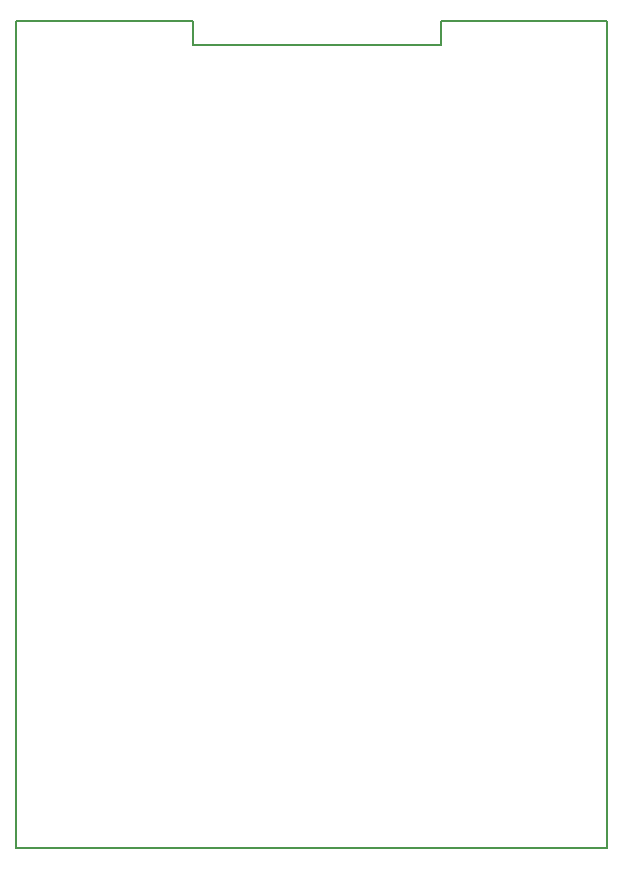
<source format=gbr>
%TF.GenerationSoftware,Altium Limited,Altium Designer,21.2.2 (38)*%
G04 Layer_Color=32896*
%FSLAX45Y45*%
%MOMM*%
%TF.SameCoordinates,215B76EA-4B9E-490E-954B-DD862D4548B8*%
%TF.FilePolarity,Positive*%
%TF.FileFunction,Other,Board_ouline*%
%TF.Part,Single*%
G01*
G75*
%TA.AperFunction,NonConductor*%
%ADD90C,0.20000*%
D90*
X3600000Y6800000D02*
Y7000000D01*
X1500000Y6800000D02*
X3600000D01*
Y7000000D02*
X5000000D01*
X0D02*
X1500000D01*
Y6800000D02*
Y7000000D01*
X5000000Y6000000D02*
Y7000000D01*
X0Y6000000D02*
Y7000000D01*
X5000000Y0D02*
Y6000000D01*
X0Y0D02*
X5000000D01*
X0D02*
Y6000000D01*
%TF.MD5,19fa86401ecfb91242f887bd9b0d0001*%
M02*

</source>
